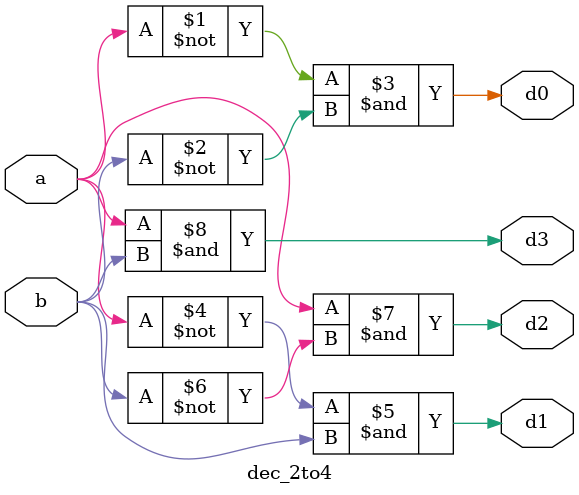
<source format=v>
module dec_2to4(a,b,d0,d1,d2,d3);
input a,b;
output d0,d1,d2,d3;
assign d0 = ~a & ~b;
assign d1 = ~a & b;
assign d2 = a & ~b;
assign d3 = a & b;
endmodule
</source>
